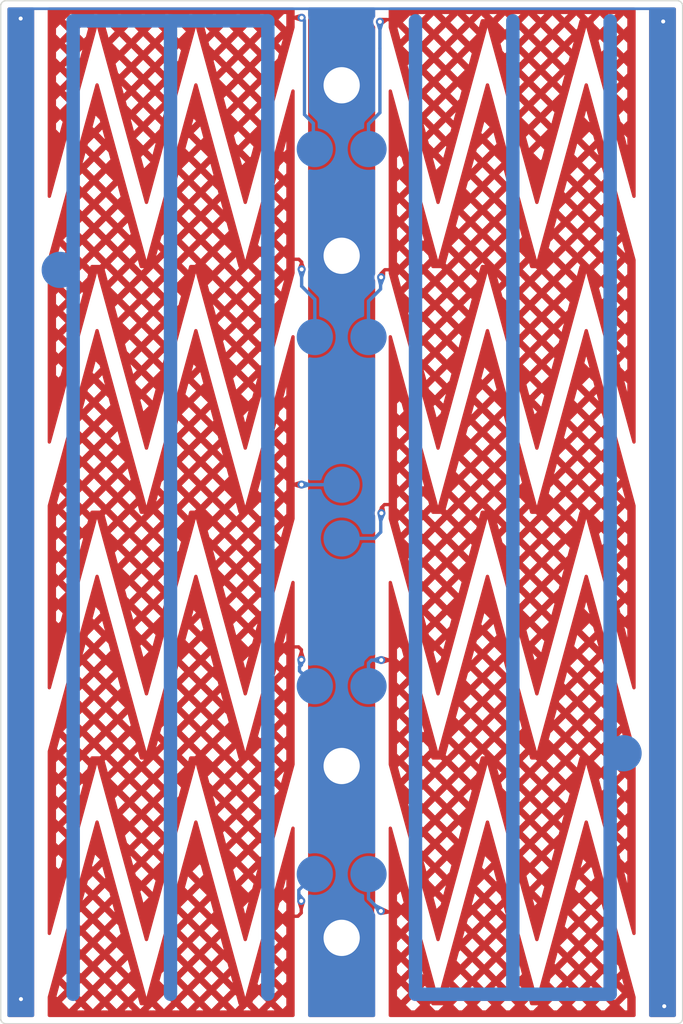
<source format=kicad_pcb>
(kicad_pcb (version 20241229) (generator "pcbnew") (generator_version "9.0")
  (layers (0 "F.Cu" signal "Front") (4 "In1.Cu" signal) (6 "In2.Cu" signal) (2 "B.Cu" signal "Back") (13 "F.Paste" user) (15 "B.Paste" user) (5 "F.SilkS" user "F.Silkscreen") (7 "B.SilkS" user "B.Silkscreen") (1 "F.Mask" user) (3 "B.Mask" user) (25 "Edge.Cuts" user))
  (net 0 "")
  (net 1 "GND")
  (footprint "MountingHole:MountingHole_2.7mm_M2.5_DIN965_Pad_TopBottom" (layer "F.Cu") (at 110 40)
    (property "Reference" "H1" (hide yes))
    (property "Value" "MountingHole_Pad")
    (pad "1" thru_hole circle (at 0 0) (size 3.1 3.1) (drill 2.7) (layers "*.Cu" "*.Mask"))
    (pad "1" connect circle (at 0 0) (size 4.7 4.7) (layers "F.Cu" "F.Mask"))
    (pad "1" connect circle (at 0 0) (size 4.7 4.7) (layers "B.Cu" "B.Mask"))
  )
  (footprint "MountingHole:MountingHole_2.7mm_M2.5_DIN965_Pad_TopBottom" (layer "F.Cu") (at 110 27.3)
    (property "Reference" "H1" (hide yes))
    (property "Value" "MountingHole_Pad")
    (pad "1" thru_hole circle (at 0 0) (size 3.1 3.1) (drill 2.7) (layers "*.Cu" "*.Mask") (net 1 "GND"))
    (pad "1" connect circle (at 0 0) (size 4.7 4.7) (layers "F.Cu" "F.Mask") (net 1 "GND"))
    (pad "1" connect circle (at 0 0) (size 4.7 4.7) (layers "B.Cu" "B.Mask") (net 1 "GND"))
  )
  (footprint "MountingHole:MountingHole_2.7mm_M2.5_DIN965_Pad_TopBottom" (layer "F.Cu") (at 110 78)
    (property "Reference" "H1" (hide yes))
    (property "Value" "MountingHole_Pad")
    (pad "1" thru_hole circle (at 0 0) (size 3.1 3.1) (drill 2.7) (layers "*.Cu" "*.Mask"))
    (pad "1" connect circle (at 0 0) (size 4.7 4.7) (layers "F.Cu" "F.Mask"))
    (pad "1" connect circle (at 0 0) (size 4.7 4.7) (layers "B.Cu" "B.Mask"))
  )
  (footprint "MountingHole:MountingHole_2.7mm_M2.5_DIN965_Pad_TopBottom" (layer "F.Cu") (at 110 90.8)
    (property "Reference" "H2" (hide yes))
    (property "Value" "MountingHole_Pad")
    (pad "1" thru_hole circle (at 0 0) (size 3.1 3.1) (drill 2.7) (layers "*.Cu" "*.Mask") (net 1 "GND"))
    (pad "1" connect circle (at 0 0) (size 4.7 4.7) (layers "F.Cu" "F.Mask") (net 1 "GND"))
    (pad "1" connect circle (at 0 0) (size 4.7 4.7) (layers "B.Cu" "B.Mask") (net 1 "GND"))
  )
  (gr_circle (center 108 86.049293) (end 109.25 86.049293) (stroke (width 0.2)) (fill yes) (layer "B.Cu"))
  (gr_circle (center 110 57.049293) (end 111.25 57.049293) (stroke (width 0.2)) (fill yes) (layer "B.Cu"))
  (gr_circle (center 112 72.049293) (end 113.25 72.049293) (stroke (width 0.2)) (fill yes) (layer "B.Cu"))
  (gr_circle (center 112 86.049293) (end 113.25 86.049293) (stroke (width 0.2)) (fill yes) (layer "B.Cu"))
  (gr_circle (center 89 41.049293) (end 90.25 41.049293) (stroke (width 0.2)) (fill yes) (layer "B.Cu"))
  (gr_line (start 130 22.5) (end 130 95) (stroke (width 1)) (layer "B.Cu"))
  (gr_circle (center 112 46.049293) (end 113.25 46.049293) (stroke (width 0.2)) (fill yes) (layer "B.Cu"))
  (gr_line (start 130 95) (end 122.75 95) (stroke (width 1)) (layer "B.Cu"))
  (gr_line (start 104.5 22.5) (end 104.5 95) (stroke (width 1)) (layer "B.Cu"))
  (gr_circle (center 108 72.049293) (end 109.25 72.049293) (stroke (width 0.2)) (fill yes) (layer "B.Cu"))
  (gr_circle (center 112 32.049293) (end 113.25 32.049293) (stroke (width 0.2)) (fill yes) (layer "B.Cu"))
  (gr_circle (center 108 46.049293) (end 109.25 46.049293) (stroke (width 0.2)) (fill yes) (layer "B.Cu"))
  (gr_line (start 104.5 22.5) (end 97.25 22.5) (stroke (width 1)) (layer "B.Cu"))
  (gr_line (start 115.5 22.5) (end 115.5 95) (stroke (width 1)) (layer "B.Cu"))
  (gr_circle (center 110 61.049293) (end 111.25 61.049293) (stroke (width 0.2)) (fill yes) (layer "B.Cu"))
  (gr_circle (center 131 77.049293) (end 132.25 77.049293) (stroke (width 0.2)) (fill yes) (layer "B.Cu"))
  (gr_line (start 122.75 95) (end 115.5 95) (stroke (width 1)) (layer "B.Cu"))
  (gr_circle (center 108 32.049293) (end 109.25 32.049293) (stroke (width 0.2)) (fill yes) (layer "B.Cu"))
  (gr_line (start 97.25 22.5) (end 90 22.5) (stroke (width 1)) (layer "B.Cu"))
  (gr_line (start 97.25 22.5) (end 97.25 95) (stroke (width 1)) (layer "B.Cu"))
  (gr_line (start 90 22.5) (end 90 95) (stroke (width 1)) (layer "B.Cu"))
  (gr_line (start 122.75 22.5) (end 122.75 95) (stroke (width 1)) (layer "B.Cu"))
  (gr_arc (start 84.6 21.4) (mid 84.717157 21.117157) (end 85 21) (stroke (width 0.1)) (layer "Edge.Cuts"))
  (gr_arc (start 85 97.2) (mid 84.717157 97.082843) (end 84.6 96.8) (stroke (width 0.1)) (layer "Edge.Cuts"))
  (gr_line (start 84.6 21.4) (end 84.6 96.8) (stroke (width 0.1)) (layer "Edge.Cuts"))
  (gr_line (start 135.4 21.4) (end 135.4 96.8) (stroke (width 0.1)) (layer "Edge.Cuts"))
  (gr_line (start 85 97.2) (end 135 97.2) (stroke (width 0.1)) (layer "Edge.Cuts"))
  (gr_arc (start 135 21) (mid 135.282843 21.117157) (end 135.4 21.4) (stroke (width 0.1)) (layer "Edge.Cuts"))
  (gr_arc (start 135.4 96.8) (mid 135.282843 97.082843) (end 135 97.2) (stroke (width 0.1)) (layer "Edge.Cuts"))
  (gr_line (start 85 21) (end 135 21) (stroke (width 0.1)) (layer "Edge.Cuts"))
  (segment (start 112.99 88.87) (end 113.7 88.87) (width 0.25) (layer "F.Cu") (net 0))
  (segment (start 113.18 58.54) (end 113.19 58.53) (width 0.25) (layer "F.Cu") (net 0))
  (segment (start 107.02 40.47) (end 106.81 40.26) (width 0.25) (layer "F.Cu") (net 0))
  (segment (start 106.04 69.13) (end 106.03 69.12) (width 0.25) (layer "F.Cu") (net 0))
  (segment (start 112.94 41.32) (end 113.22 41.04) (width 0.25) (layer "F.Cu") (net 0))
  (segment (start 106.9 89.03) (end 106.74 89.19) (width 0.25) (layer "F.Cu") (net 0))
  (segment (start 112.96 59.17) (end 112.96 58.76) (width 0.25) (layer "F.Cu") (net 0))
  (segment (start 112.92 88.8) (end 112.99 88.87) (width 0.25) (layer "F.Cu") (net 0))
  (segment (start 107.02 22.27) (end 106.3 22.27) (width 0.25) (layer "F.Cu") (net 0))
  (segment (start 107 69.34) (end 106.79 69.13) (width 0.25) (layer "F.Cu") (net 0))
  (segment (start 113.76 22.41) (end 113.77 22.42) (width 0.25) (layer "F.Cu") (net 0))
  (segment (start 113.54 22.41) (end 113.76 22.41) (width 0.25) (layer "F.Cu") (net 0))
  (segment (start 113.22 41.04) (end 113.51 41.04) (width 0.25) (layer "F.Cu") (net 0))
  (segment (start 106.99 88.05) (end 106.99 88.94) (width 0.25) (layer "F.Cu") (net 0))
  (segment (start 107.02 41.01) (end 107.02 40.47) (width 0.25) (layer "F.Cu") (net 0))
  (segment (start 113.01 22.41) (end 113.54 22.41) (width 0.25) (layer "F.Cu") (net 0))
  (segment (start 106.3 22.27) (end 106.24 22.33) (width 0.25) (layer "F.Cu") (net 0))
  (segment (start 107 70.09) (end 107 69.34) (width 0.25) (layer "F.Cu") (net 0))
  (segment (start 107.01 57.04) (end 106.2 57.04) (width 0.25) (layer "F.Cu") (net 0))
  (segment (start 106.74 89.19) (end 106.12 89.19) (width 0.25) (layer "F.Cu") (net 0))
  (segment (start 112.96 58.76) (end 113.18 58.54) (width 0.25) (layer "F.Cu") (net 0))
  (segment (start 106.81 40.26) (end 106.25 40.26) (width 0.25) (layer "F.Cu") (net 0))
  (segment (start 113.76 70.11) (end 113.77 70.1) (width 0.25) (layer "F.Cu") (net 0))
  (segment (start 112.85 22.57) (end 113.01 22.41) (width 0.25) (layer "F.Cu") (net 0))
  (segment (start 113.19 58.53) (end 113.67 58.53) (width 0.25) (layer "F.Cu") (net 0))
  (segment (start 112.94 41.6) (end 112.94 41.32) (width 0.25) (layer "F.Cu") (net 0))
  (segment (start 112.95 70.11) (end 113.76 70.11) (width 0.25) (layer "F.Cu") (net 0))
  (segment (start 106.25 40.26) (end 106.24 40.25) (width 0.25) (layer "F.Cu") (net 0))
  (segment (start 106.79 69.13) (end 106.04 69.13) (width 0.25) (layer "F.Cu") (net 0))
  (segment (start 106.99 88.94) (end 106.9 89.03) (width 0.25) (layer "F.Cu") (net 0))
  (via (at 107.02 22.27) (size 0.6) (drill 0.3) (layers "F.Cu" "B.Cu") (net 0))
  (via (at 107.01 57.04) (size 0.6) (drill 0.3) (layers "F.Cu" "B.Cu") (net 0))
  (via (at 112.95 70.11) (size 0.6) (drill 0.3) (layers "F.Cu" "B.Cu") (net 0))
  (via (at 112.92 88.8) (size 0.6) (drill 0.3) (layers "F.Cu" "B.Cu") (net 0))
  (via (at 107 70.09) (size 0.6) (drill 0.3) (layers "F.Cu" "B.Cu") (net 0))
  (via (at 107.02 41.01) (size 0.6) (drill 0.3) (layers "F.Cu" "B.Cu") (net 0))
  (via (at 112.96 59.17) (size 0.6) (drill 0.3) (layers "F.Cu" "B.Cu") (net 0))
  (via (at 112.94 41.6) (size 0.6) (drill 0.3) (layers "F.Cu" "B.Cu") (net 0))
  (via (at 106.99 88.05) (size 0.6) (drill 0.3) (layers "F.Cu" "B.Cu") (net 0))
  (via (at 112.85 22.57) (size 0.6) (drill 0.3) (layers "F.Cu" "B.Cu") (net 0))
  (segment (start 112 86.049293) (end 112 87.88) (width 0.25) (layer "B.Cu") (net 0))
  (segment (start 112 72.049293) (end 112 70.34) (width 0.25) (layer "B.Cu") (net 0))
  (segment (start 112 87.88) (end 112.92 88.8) (width 0.25) (layer "B.Cu") (net 0))
  (segment (start 112 30.19) (end 112.11 30.08) (width 0.25) (layer "B.Cu") (net 0))
  (segment (start 112.060707 32.049293) (end 112.66 31.45) (width 0.25) (layer "B.Cu") (net 0))
  (segment (start 110 57.049293) (end 107.019293 57.049293) (width 0.25) (layer "B.Cu") (net 0))
  (segment (start 112 32.049293) (end 112.060707 32.049293) (width 0.25) (layer "B.Cu") (net 0))
  (segment (start 106.989293 71.049293) (end 106.86 70.92) (width 0.25) (layer "B.Cu") (net 0))
  (segment (start 107 70.48) (end 107 70.09) (width 0.25) (layer "B.Cu") (net 0))
  (segment (start 112.91 59.22) (end 112.96 59.17) (width 0.25) (layer "B.Cu") (net 0))
  (segment (start 107.89 31.939293) (end 108 32.049293) (width 0.25) (layer "B.Cu") (net 0))
  (segment (start 107.02 22.27) (end 107.23 22.48) (width 0.25) (layer "B.Cu") (net 0))
  (segment (start 112.85 24.55) (end 112.85 22.57) (width 0.25) (layer "B.Cu") (net 0))
  (segment (start 107.019293 57.049293) (end 107.01 57.04) (width 0.25) (layer "B.Cu") (net 0))
  (segment (start 112.11 30.08) (end 112.85 29.34) (width 0.25) (layer "B.Cu") (net 0))
  (segment (start 112.06 70.28) (end 112.23 70.11) (width 0.25) (layer "B.Cu") (net 0))
  (segment (start 107.02 41.01) (end 107.02 42.27) (width 0.25) (layer "B.Cu") (net 0))
  (segment (start 106.99 88.05) (end 106.81 87.87) (width 0.25) (layer "B.Cu") (net 0))
  (segment (start 107.23 29.48) (end 107.89 30.14) (width 0.25) (layer "B.Cu") (net 0))
  (segment (start 110 61.049293) (end 112.440707 61.049293) (width 0.25) (layer "B.Cu") (net 0))
  (segment (start 107.02 42.27) (end 108 43.25) (width 0.25) (layer "B.Cu") (net 0))
  (segment (start 106.81 87.239293) (end 108 86.049293) (width 0.25) (layer "B.Cu") (net 0))
  (segment (start 112.440707 61.049293) (end 112.91 60.58) (width 0.25) (layer "B.Cu") (net 0))
  (segment (start 106.86 70.92) (end 106.86 70.62) (width 0.25) (layer "B.Cu") (net 0))
  (segment (start 112 32.049293) (end 112 30.19) (width 0.25) (layer "B.Cu") (net 0))
  (segment (start 112.91 60.58) (end 112.91 59.22) (width 0.25) (layer "B.Cu") (net 0))
  (segment (start 112.9 41.82) (end 112.9 41.64) (width 0.25) (layer "B.Cu") (net 0))
  (segment (start 106.98 70.14) (end 107 70.12) (width 0.25) (layer "B.Cu") (net 0))
  (segment (start 106.81 87.87) (end 106.81 87.239293) (width 0.25) (layer "B.Cu") (net 0))
  (segment (start 112 43.38) (end 112.29 43.09) (width 0.25) (layer "B.Cu") (net 0))
  (segment (start 112.29 43.09) (end 112.9 42.48) (width 0.25) (layer "B.Cu") (net 0))
  (segment (start 107 70.12) (end 107 70.09) (width 0.25) (layer "B.Cu") (net 0))
  (segment (start 112.23 70.11) (end 112.95 70.11) (width 0.25) (layer "B.Cu") (net 0))
  (segment (start 112 46.049293) (end 112 43.38) (width 0.25) (layer "B.Cu") (net 0))
  (segment (start 108 43.25) (end 108 46.049293) (width 0.25) (layer "B.Cu") (net 0))
  (segment (start 106.86 70.62) (end 107 70.48) (width 0.25) (layer "B.Cu") (net 0))
  (segment (start 107.89 30.14) (end 107.89 31.939293) (width 0.25) (layer "B.Cu") (net 0))
  (segment (start 108 72.049293) (end 107 71.049293) (width 0.25) (layer "B.Cu") (net 0))
  (segment (start 107 71.049293) (end 106.989293 71.049293) (width 0.25) (layer "B.Cu") (net 0))
  (segment (start 112 70.34) (end 112.06 70.28) (width 0.25) (layer "B.Cu") (net 0))
  (segment (start 112.85 29.34) (end 112.85 24.55) (width 0.25) (layer "B.Cu") (net 0))
  (segment (start 112.9 41.64) (end 112.94 41.6) (width 0.25) (layer "B.Cu") (net 0))
  (segment (start 112.9 42.48) (end 112.9 41.82) (width 0.25) (layer "B.Cu") (net 0))
  (segment (start 107.23 22.48) (end 107.23 29.48) (width 0.25) (layer "B.Cu") (net 0))
  (segment (start 133.95 22.391) (end 133.95 22.55) (width 0.2) (layer "F.Cu") (net 1))
  (segment (start 86.811 21.601) (end 86.811 21.609) (width 0.2) (layer "F.Cu") (net 1))
  (via (at 86.09 22.33) (size 0.6) (drill 0.3) (layers "F.Cu" "B.Cu") (net 1))
  (via (at 134.03 95.89) (size 0.6) (drill 0.3) (layers "F.Cu" "B.Cu") (net 1))
  (via (at 86.11 95.36) (size 0.6) (drill 0.3) (layers "F.Cu" "B.Cu") (net 1))
  (via (at 133.95 22.55) (size 0.6) (drill 0.3) (layers "F.Cu" "B.Cu") (net 1))
  (segment (start 86.09 22.33) (end 86.09 95.34) (width 0.2) (layer "B.Cu") (net 1))
  (segment (start 133.16 21.601) (end 86.811 21.601) (width 0.2) (layer "B.Cu") (net 1))
  (segment (start 133.16 21.601) (end 133.95 22.391) (width 0.2) (layer "B.Cu") (net 1))
  (segment (start 86.811 21.609) (end 86.09 22.33) (width 0.2) (layer "B.Cu") (net 1))
  (segment (start 86.09 95.34) (end 86.11 95.36) (width 0.2) (layer "B.Cu") (net 1))
  (segment (start 134.03 22.63) (end 134.03 95.89) (width 0.2) (layer "B.Cu") (net 1))
  (segment (start 133.95 22.55) (end 134.03 22.63) (width 0.2) (layer "B.Cu") (net 1))
  (zone (net 0) (net_name "") (layer "F.Cu") (priority 4) (connect_pads (clearance 0.5)) (min_thickness 0.25) (fill yes (mode hatch) (thermal_gap 0.5) (thermal_bridge_width 0.5) (island_removal_mode 1) (island_area_min 10) (hatch_thickness 0.5) (hatch_gap 0.75) (hatch_orientation 45) (hatch_border_algorithm hatch_thickness) (hatch_min_hole_area 0.3))
    (polygon (pts (xy 131.9 54.798152) (xy 128.22 41.3) (xy 124.54 54.798152) (xy 120.86 41.3) (xy 117.18 54.798152) (xy 113.5 41.3) (xy 113.5 26.801848) (xy 117.18 40.3) (xy 120.86 26.801848) (xy 124.54 40.3) (xy 128.22 26.801848) (xy 131.9 40.3)))
  )
  (zone (net 0) (net_name "") (layer "F.Cu") (priority 1) (connect_pads (clearance 0.5)) (min_thickness 0.25) (fill yes (mode hatch) (thermal_gap 0.5) (thermal_bridge_width 0.5) (island_removal_mode 1) (island_area_min 10) (hatch_thickness 0.5) (hatch_gap 0.75) (hatch_orientation 45) (hatch_border_algorithm hatch_thickness) (hatch_min_hole_area 0.3))
    (polygon (pts (xy 91.78 81.701848) (xy 88.1 95.2) (xy 88.1 97.2) (xy 106.5 97.2) (xy 106.5 81.701848) (xy 102.82 95.2) (xy 99.14 81.701848) (xy 95.46 95.2)))
  )
  (zone (net 0) (net_name "") (layer "F.Cu") (priority 3) (connect_pads (clearance 0.5)) (min_thickness 0.25) (fill yes (mode hatch) (thermal_gap 0.5) (thermal_bridge_width 0.5) (island_removal_mode 1) (island_area_min 10) (hatch_thickness 0.5) (hatch_gap 0.75) (hatch_orientation 45) (hatch_border_algorithm hatch_thickness) (hatch_min_hole_area 0.3))
    (polygon (pts (xy 88.1 58.6) (xy 88.1 73.1) (xy 91.78 59.6) (xy 95.46 73.098152) (xy 99.14 59.6) (xy 102.82 73.098152) (xy 106.5 59.6) (xy 106.5 45.101848) (xy 102.82 58.6) (xy 99.14 45.101848) (xy 95.46 58.6) (xy 91.78 45.101848)))
  )
  (zone (net 0) (net_name "") (layer "F.Cu") (priority 2) (connect_pads (clearance 0.5)) (min_thickness 0.25) (fill yes (mode hatch) (thermal_gap 0.5) (thermal_bridge_width 0.5) (island_removal_mode 1) (island_area_min 10) (hatch_thickness 0.5) (hatch_gap 0.75) (hatch_orientation 45) (hatch_border_algorithm hatch_thickness) (hatch_min_hole_area 0.3))
    (polygon (pts (xy 131.9 91.398152) (xy 128.22 77.9) (xy 124.54 91.398152) (xy 120.86 77.9) (xy 117.18 91.398152) (xy 113.5 77.9) (xy 113.5 63.401848) (xy 117.18 76.9) (xy 120.86 63.401848) (xy 124.54 76.9) (xy 128.22 63.401848) (xy 131.9 76.9)))
  )
  (zone (net 0) (net_name "") (layer "F.Cu") (priority 2) (connect_pads (clearance 0.5)) (min_thickness 0.25) (fill yes (mode hatch) (thermal_gap 0.5) (thermal_bridge_width 0.5) (island_removal_mode 1) (island_area_min 10) (hatch_thickness 0.5) (hatch_gap 0.75) (hatch_orientation 45) (hatch_border_algorithm hatch_thickness) (hatch_min_hole_area 0.3))
    (polygon (pts (xy 88.1 91.398152) (xy 91.78 77.9) (xy 95.46 91.398152) (xy 99.14 77.9) (xy 102.82 91.398152) (xy 106.5 77.9) (xy 106.5 63.401848) (xy 102.82 76.9) (xy 99.14 63.401848) (xy 95.46 76.9) (xy 91.78 63.401848) (xy 88.1 76.9)))
  )
  (zone (net 0) (net_name "") (layer "F.Cu") (priority 3) (connect_pads (clearance 0.5)) (min_thickness 0.25) (fill yes (mode hatch) (thermal_gap 0.5) (thermal_bridge_width 0.5) (island_removal_mode 1) (island_area_min 10) (hatch_thickness 0.5) (hatch_gap 0.75) (hatch_orientation 45) (hatch_border_algorithm hatch_thickness) (hatch_min_hole_area 0.3))
    (polygon (pts (xy 131.9 58.6) (xy 131.9 73.1) (xy 128.22 59.6) (xy 124.54 73.098152) (xy 120.86 59.6) (xy 117.18 73.098152) (xy 113.5 59.6) (xy 113.5 45.101848) (xy 117.18 58.6) (xy 120.86 45.101848) (xy 124.54 58.6) (xy 128.22 45.101848)))
  )
  (zone (net 0) (net_name "") (layer "F.Cu") (priority 4) (connect_pads (clearance 0.5)) (min_thickness 0.25) (fill yes (mode hatch) (thermal_gap 0.5) (thermal_bridge_width 0.5) (island_removal_mode 1) (island_area_min 10) (hatch_thickness 0.5) (hatch_gap 0.75) (hatch_orientation 45) (hatch_border_algorithm hatch_thickness) (hatch_min_hole_area 0.3))
    (polygon (pts (xy 88.1 54.798152) (xy 91.78 41.3) (xy 95.46 54.798152) (xy 99.14 41.3) (xy 102.82 54.798152) (xy 106.5 41.3) (xy 106.5 26.801848) (xy 102.82 40.3) (xy 99.14 26.801848) (xy 95.46 40.3) (xy 91.78 26.801848) (xy 88.1 40.3)))
  )
  (zone (net 0) (net_name "") (layer "F.Cu") (priority 5) (connect_pads (clearance 0.5)) (min_thickness 0.25) (fill yes (mode hatch) (thermal_gap 0.5) (thermal_bridge_width 0.5) (island_removal_mode 1) (island_area_min 10) (hatch_thickness 0.5) (hatch_gap 0.75) (hatch_orientation 45) (hatch_border_algorithm hatch_thickness) (hatch_min_hole_area 0.3))
    (polygon (pts (xy 131.9 36.498152) (xy 128.22 23) (xy 124.54 36.498152) (xy 120.86 23) (xy 117.18 36.498152) (xy 113.5 23) (xy 113.5 21) (xy 131.9 21)))
  )
  (zone (net 0) (net_name "") (layer "F.Cu") (priority 1) (connect_pads (clearance 0.5)) (min_thickness 0.25) (fill yes (mode hatch) (thermal_gap 0.5) (thermal_bridge_width 0.5) (island_removal_mode 1) (island_area_min 10) (hatch_thickness 0.5) (hatch_gap 0.75) (hatch_orientation 45) (hatch_border_algorithm hatch_thickness) (hatch_min_hole_area 0.3))
    (polygon (pts (xy 128.22 81.701848) (xy 131.9 95.2) (xy 131.9 97.2) (xy 113.5 97.2) (xy 113.5 81.701848) (xy 117.18 95.2) (xy 120.86 81.701848) (xy 124.54 95.2)))
  )
  (zone (net 0) (net_name "") (layer "F.Cu") (priority 5) (connect_pads (clearance 0.5)) (min_thickness 0.25) (fill yes (mode hatch) (thermal_gap 0.5) (thermal_bridge_width 0.5) (island_removal_mode 1) (island_area_min 10) (hatch_thickness 0.5) (hatch_gap 0.75) (hatch_orientation 45) (hatch_border_algorithm hatch_thickness) (hatch_min_hole_area 0.3))
    (polygon (pts (xy 88.1 36.498152) (xy 91.78 23) (xy 95.46 36.498152) (xy 99.14 23) (xy 102.82 36.498152) (xy 106.5 23) (xy 106.5 21) (xy 88.1 21)))
  )
  (zone (net 1) (net_name "GND") (layers "F.Cu" "B.Cu") (priority 6) (connect_pads (clearance 0)) (min_thickness 0.25) (fill yes (thermal_gap 0.5) (thermal_bridge_width 0.5) (island_removal_mode 1) (island_area_min 10))
    (polygon (pts (xy 87.1 21) (xy 84.6 21) (xy 84.6 97.2) (xy 87.1 97.2)))
  )
  (zone (net 1) (net_name "GND") (layers "F.Cu" "B.Cu") (priority 6) (connect_pads (clearance 0)) (min_thickness 0.25) (fill yes (thermal_gap 0.5) (thermal_bridge_width 0.5) (island_removal_mode 1) (island_area_min 10))
    (polygon (pts (xy 135.4 21) (xy 132.9 21) (xy 132.9 97.2) (xy 135.4 97.2)))
  )
  (zone (net 1) (net_name "GND") (layers "F.Cu" "B.Cu") (priority 6) (connect_pads (clearance 0)) (min_thickness 0.25) (fill yes (thermal_gap 0.5) (thermal_bridge_width 0.5) (island_removal_mode 1) (island_area_min 10))
    (polygon (pts (xy 112.5 21) (xy 107.5 21) (xy 107.5 97.2) (xy 112.5 97.2)))
  )
  (zone (net 0) (net_name "") (layer "B.Cu") (connect_pads (clearance 0)) (min_thickness 0.25)
    (keepout (tracks allowed) (vias allowed) (pads allowed) (copperpour not_allowed) (footprints allowed))
    (fill (thermal_gap 0.5) (thermal_bridge_width 0.5))
    (polygon (pts (xy 131.907704 97.228804) (xy 128.227748 83.728965) (xy 124.564311 97.168203) (xy 120.884089 83.667388) (xy 117.197333 97.192169) (xy 113.507704 83.656846) (xy 113.507704 75.860376) (xy 117.150328 89.213367) (xy 120.877478 75.55053) (xy 124.59852 89.201091) (xy 128.278159 75.70242) (xy 131.907704 89.017332)))
  )
  (zone (net 0) (net_name "") (layer "B.Cu") (connect_pads (clearance 0)) (min_thickness 0.25)
    (keepout (tracks allowed) (vias allowed) (pads allowed) (copperpour not_allowed) (footprints allowed))
    (fill (thermal_gap 0.5) (thermal_bridge_width 0.5))
    (polygon (pts (xy 88.111586 42.960152) (xy 91.791542 29.460313) (xy 95.454979 42.899551) (xy 99.135201 29.398736) (xy 102.821957 42.923517) (xy 106.511586 29.388194) (xy 106.511586 21.591724) (xy 102.868962 34.944715) (xy 99.141812 21.281878) (xy 95.42077 34.932439) (xy 91.741131 21.433768) (xy 88.111586 34.74868)))
  )
  (zone (net 0) (net_name "") (layer "B.Cu") (connect_pads (clearance 0)) (min_thickness 0.25)
    (keepout (tracks allowed) (vias allowed) (pads allowed) (copperpour not_allowed) (footprints allowed))
    (fill (thermal_gap 0.5) (thermal_bridge_width 0.5))
    (polygon (pts (xy 131.897704 42.868804) (xy 128.217748 29.368965) (xy 124.554311 42.808203) (xy 120.874089 29.307388) (xy 117.187333 42.832169) (xy 113.497704 29.296846) (xy 113.5 21.92) (xy 117.140328 34.853367) (xy 120.86 21.9) (xy 124.58852 34.841091) (xy 128.268159 21.88) (xy 131.897704 34.657332)))
  )
  (zone (net 0) (net_name "") (layer "B.Cu") (connect_pads (clearance 0)) (min_thickness 0.25)
    (keepout (tracks allowed) (vias allowed) (pads allowed) (copperpour not_allowed) (footprints allowed))
    (fill (thermal_gap 0.5) (thermal_bridge_width 0.5))
    (polygon (pts (xy 88.140455 60.266384) (xy 91.820411 46.766545) (xy 95.483848 60.205783) (xy 99.16407 46.704968) (xy 102.850826 60.229749) (xy 106.540455 46.694426) (xy 106.540455 38.897956) (xy 102.897831 52.250947) (xy 99.170681 38.58811) (xy 95.449639 52.238671) (xy 91.77 38.74) (xy 88.140455 52.054912)))
  )
  (zone (net 0) (net_name "") (layer "B.Cu") (connect_pads (clearance 0)) (min_thickness 0.25)
    (keepout (tracks allowed) (vias allowed) (pads allowed) (copperpour not_allowed) (footprints allowed))
    (fill (thermal_gap 0.5) (thermal_bridge_width 0.5))
    (polygon (pts (xy 88.140455 96.746384) (xy 91.820411 83.246545) (xy 95.483848 96.685783) (xy 99.16407 83.184968) (xy 102.850826 96.709749) (xy 106.540455 83.174426) (xy 106.540455 75.377956) (xy 102.897831 88.730947) (xy 99.170681 75.06811) (xy 95.449639 88.718671) (xy 91.77 75.22) (xy 88.140455 88.534912)))
  )
  (zone (net 0) (net_name "") (layer "B.Cu") (connect_pads (clearance 0)) (min_thickness 0.25)
    (keepout (tracks allowed) (vias allowed) (pads allowed) (copperpour not_allowed) (footprints allowed))
    (fill (thermal_gap 0.5) (thermal_bridge_width 0.5))
    (polygon (pts (xy 88.150455 78.616384) (xy 91.830411 65.116545) (xy 95.493848 78.555783) (xy 99.17407 65.054968) (xy 102.860826 78.579749) (xy 106.550455 65.044426) (xy 106.550455 57.247956) (xy 102.907831 70.600947) (xy 99.180681 56.93811) (xy 95.459639 70.588671) (xy 91.78 57.09) (xy 88.150455 70.404912)))
  )
  (zone (net 0) (net_name "") (layer "B.Cu") (connect_pads (clearance 0)) (min_thickness 0.25)
    (keepout (tracks allowed) (vias allowed) (pads allowed) (copperpour not_allowed) (footprints allowed))
    (fill (thermal_gap 0.5) (thermal_bridge_width 0.5))
    (polygon (pts (xy 131.907704 60.768804) (xy 128.227748 47.268965) (xy 124.564311 60.708203) (xy 120.884089 47.207388) (xy 117.197333 60.732169) (xy 113.507704 47.196846) (xy 113.507704 39.400376) (xy 117.150328 52.753367) (xy 120.877478 39.09053) (xy 124.59852 52.741091) (xy 128.278159 39.24242) (xy 131.907704 52.557332)))
  )
  (zone (net 0) (net_name "") (layer "B.Cu") (connect_pads (clearance 0)) (min_thickness 0.25)
    (keepout (tracks allowed) (vias allowed) (pads allowed) (copperpour not_allowed) (footprints allowed))
    (fill (thermal_gap 0.5) (thermal_bridge_width 0.5))
    (polygon (pts (xy 131.897704 79.108804) (xy 128.217748 65.608965) (xy 124.554311 79.048203) (xy 120.874089 65.547388) (xy 117.187333 79.072169) (xy 113.497704 65.536846) (xy 113.497704 57.740376) (xy 117.140328 71.093367) (xy 120.867478 57.43053) (xy 124.58852 71.081091) (xy 128.268159 57.58242) (xy 131.897704 70.897332)))
  )
)
</source>
